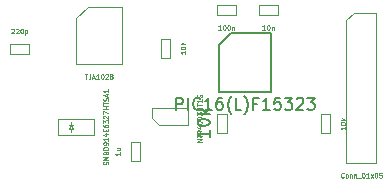
<source format=gbr>
G04 #@! TF.GenerationSoftware,KiCad,Pcbnew,(2018-02-16 revision c95340fba)-makepkg*
G04 #@! TF.CreationDate,2018-04-16T21:08:27+02:00*
G04 #@! TF.ProjectId,lin_bb,6C696E5F62622E6B696361645F706362,rev?*
G04 #@! TF.SameCoordinates,Original*
G04 #@! TF.FileFunction,Other,Fab,Top*
%FSLAX46Y46*%
G04 Gerber Fmt 4.6, Leading zero omitted, Abs format (unit mm)*
G04 Created by KiCad (PCBNEW (2018-02-16 revision c95340fba)-makepkg) date 04/16/18 21:08:27*
%MOMM*%
%LPD*%
G01*
G04 APERTURE LIST*
%ADD10C,0.100000*%
%ADD11C,0.150000*%
G04 APERTURE END LIST*
D10*
X148164500Y-121183500D02*
X148164500Y-122783500D01*
X148164500Y-122783500D02*
X147364500Y-122783500D01*
X147364500Y-122783500D02*
X147364500Y-121183500D01*
X147364500Y-121183500D02*
X148164500Y-121183500D01*
X138722000Y-112884000D02*
X138722000Y-113684000D01*
X137122000Y-112884000D02*
X138722000Y-112884000D01*
X137122000Y-113684000D02*
X137122000Y-112884000D01*
X138722000Y-113684000D02*
X137122000Y-113684000D01*
X165608000Y-110871000D02*
X166243000Y-110236000D01*
X165608000Y-122936000D02*
X165608000Y-110871000D01*
X168148000Y-122936000D02*
X165608000Y-122936000D01*
X168148000Y-110236000D02*
X168148000Y-122936000D01*
X166243000Y-110236000D02*
X168148000Y-110236000D01*
X149904500Y-114020500D02*
X149904500Y-112420500D01*
X149904500Y-112420500D02*
X150704500Y-112420500D01*
X150704500Y-112420500D02*
X150704500Y-114020500D01*
X150704500Y-114020500D02*
X149904500Y-114020500D01*
X142703000Y-110691000D02*
X143703000Y-109691000D01*
X142703000Y-114591000D02*
X142703000Y-110691000D01*
X146603000Y-114591000D02*
X142703000Y-114591000D01*
X146603000Y-109691000D02*
X146603000Y-114591000D01*
X143703000Y-109691000D02*
X146603000Y-109691000D01*
X154648000Y-110382000D02*
X154648000Y-109582000D01*
X156248000Y-110382000D02*
X154648000Y-110382000D01*
X156248000Y-109582000D02*
X156248000Y-110382000D01*
X154648000Y-109582000D02*
X156248000Y-109582000D01*
X158192000Y-109582000D02*
X159792000Y-109582000D01*
X159792000Y-109582000D02*
X159792000Y-110382000D01*
X159792000Y-110382000D02*
X158192000Y-110382000D01*
X158192000Y-110382000D02*
X158192000Y-109582000D01*
X141228000Y-120588000D02*
X144268000Y-120588000D01*
X141228000Y-120588000D02*
X141228000Y-119188000D01*
X144268000Y-120588000D02*
X144268000Y-119188000D01*
X141228000Y-119188000D02*
X144268000Y-119188000D01*
X142098000Y-119738000D02*
X142498000Y-119738000D01*
X142298000Y-119738000D02*
X142298000Y-119488000D01*
X142298000Y-119738000D02*
X142098000Y-120038000D01*
X142098000Y-120038000D02*
X142498000Y-120038000D01*
X142498000Y-120038000D02*
X142298000Y-119738000D01*
X142298000Y-120038000D02*
X142298000Y-120288000D01*
X163430000Y-120434000D02*
X163430000Y-118834000D01*
X163430000Y-118834000D02*
X164230000Y-118834000D01*
X164230000Y-118834000D02*
X164230000Y-120434000D01*
X164230000Y-120434000D02*
X163430000Y-120434000D01*
X152205500Y-119699000D02*
X152205500Y-118299000D01*
X149165500Y-118299000D02*
X152205500Y-118299000D01*
X149735500Y-119699000D02*
X149165500Y-119149000D01*
X149165500Y-119149000D02*
X149165500Y-118299000D01*
X149735500Y-119699000D02*
X152185500Y-119699000D01*
D11*
X154835500Y-112927000D02*
X155835500Y-111927000D01*
X154835500Y-116927000D02*
X154835500Y-112927000D01*
X159235500Y-116927000D02*
X154835500Y-116927000D01*
X159235500Y-111927000D02*
X159235500Y-116927000D01*
X155835500Y-111927000D02*
X159235500Y-111927000D01*
D10*
X155467000Y-118770500D02*
X155467000Y-120370500D01*
X155467000Y-120370500D02*
X154667000Y-120370500D01*
X154667000Y-120370500D02*
X154667000Y-118770500D01*
X154667000Y-118770500D02*
X155467000Y-118770500D01*
X146445452Y-122050166D02*
X146445452Y-122278738D01*
X146445452Y-122164452D02*
X146045452Y-122164452D01*
X146102595Y-122202547D01*
X146140690Y-122240642D01*
X146159738Y-122278738D01*
X146178785Y-121707309D02*
X146445452Y-121707309D01*
X146178785Y-121878738D02*
X146388309Y-121878738D01*
X146426404Y-121859690D01*
X146445452Y-121821595D01*
X146445452Y-121764452D01*
X146426404Y-121726357D01*
X146407357Y-121707309D01*
X137245809Y-111603047D02*
X137264857Y-111584000D01*
X137302952Y-111564952D01*
X137398190Y-111564952D01*
X137436285Y-111584000D01*
X137455333Y-111603047D01*
X137474380Y-111641142D01*
X137474380Y-111679238D01*
X137455333Y-111736380D01*
X137226761Y-111964952D01*
X137474380Y-111964952D01*
X137626761Y-111603047D02*
X137645809Y-111584000D01*
X137683904Y-111564952D01*
X137779142Y-111564952D01*
X137817238Y-111584000D01*
X137836285Y-111603047D01*
X137855333Y-111641142D01*
X137855333Y-111679238D01*
X137836285Y-111736380D01*
X137607714Y-111964952D01*
X137855333Y-111964952D01*
X138102952Y-111564952D02*
X138141047Y-111564952D01*
X138179142Y-111584000D01*
X138198190Y-111603047D01*
X138217238Y-111641142D01*
X138236285Y-111717333D01*
X138236285Y-111812571D01*
X138217238Y-111888761D01*
X138198190Y-111926857D01*
X138179142Y-111945904D01*
X138141047Y-111964952D01*
X138102952Y-111964952D01*
X138064857Y-111945904D01*
X138045809Y-111926857D01*
X138026761Y-111888761D01*
X138007714Y-111812571D01*
X138007714Y-111717333D01*
X138026761Y-111641142D01*
X138045809Y-111603047D01*
X138064857Y-111584000D01*
X138102952Y-111564952D01*
X138407714Y-111698285D02*
X138407714Y-112098285D01*
X138407714Y-111717333D02*
X138445809Y-111698285D01*
X138522000Y-111698285D01*
X138560095Y-111717333D01*
X138579142Y-111736380D01*
X138598190Y-111774476D01*
X138598190Y-111888761D01*
X138579142Y-111926857D01*
X138560095Y-111945904D01*
X138522000Y-111964952D01*
X138445809Y-111964952D01*
X138407714Y-111945904D01*
X165382761Y-124138857D02*
X165363714Y-124157904D01*
X165306571Y-124176952D01*
X165268476Y-124176952D01*
X165211333Y-124157904D01*
X165173238Y-124119809D01*
X165154190Y-124081714D01*
X165135142Y-124005523D01*
X165135142Y-123948380D01*
X165154190Y-123872190D01*
X165173238Y-123834095D01*
X165211333Y-123796000D01*
X165268476Y-123776952D01*
X165306571Y-123776952D01*
X165363714Y-123796000D01*
X165382761Y-123815047D01*
X165611333Y-124176952D02*
X165573238Y-124157904D01*
X165554190Y-124138857D01*
X165535142Y-124100761D01*
X165535142Y-123986476D01*
X165554190Y-123948380D01*
X165573238Y-123929333D01*
X165611333Y-123910285D01*
X165668476Y-123910285D01*
X165706571Y-123929333D01*
X165725619Y-123948380D01*
X165744666Y-123986476D01*
X165744666Y-124100761D01*
X165725619Y-124138857D01*
X165706571Y-124157904D01*
X165668476Y-124176952D01*
X165611333Y-124176952D01*
X165916095Y-123910285D02*
X165916095Y-124176952D01*
X165916095Y-123948380D02*
X165935142Y-123929333D01*
X165973238Y-123910285D01*
X166030380Y-123910285D01*
X166068476Y-123929333D01*
X166087523Y-123967428D01*
X166087523Y-124176952D01*
X166278000Y-123910285D02*
X166278000Y-124176952D01*
X166278000Y-123948380D02*
X166297047Y-123929333D01*
X166335142Y-123910285D01*
X166392285Y-123910285D01*
X166430380Y-123929333D01*
X166449428Y-123967428D01*
X166449428Y-124176952D01*
X166544666Y-124215047D02*
X166849428Y-124215047D01*
X167020857Y-123776952D02*
X167058952Y-123776952D01*
X167097047Y-123796000D01*
X167116095Y-123815047D01*
X167135142Y-123853142D01*
X167154190Y-123929333D01*
X167154190Y-124024571D01*
X167135142Y-124100761D01*
X167116095Y-124138857D01*
X167097047Y-124157904D01*
X167058952Y-124176952D01*
X167020857Y-124176952D01*
X166982761Y-124157904D01*
X166963714Y-124138857D01*
X166944666Y-124100761D01*
X166925619Y-124024571D01*
X166925619Y-123929333D01*
X166944666Y-123853142D01*
X166963714Y-123815047D01*
X166982761Y-123796000D01*
X167020857Y-123776952D01*
X167535142Y-124176952D02*
X167306571Y-124176952D01*
X167420857Y-124176952D02*
X167420857Y-123776952D01*
X167382761Y-123834095D01*
X167344666Y-123872190D01*
X167306571Y-123891238D01*
X167668476Y-124176952D02*
X167878000Y-123910285D01*
X167668476Y-123910285D02*
X167878000Y-124176952D01*
X168106571Y-123776952D02*
X168144666Y-123776952D01*
X168182761Y-123796000D01*
X168201809Y-123815047D01*
X168220857Y-123853142D01*
X168239904Y-123929333D01*
X168239904Y-124024571D01*
X168220857Y-124100761D01*
X168201809Y-124138857D01*
X168182761Y-124157904D01*
X168144666Y-124176952D01*
X168106571Y-124176952D01*
X168068476Y-124157904D01*
X168049428Y-124138857D01*
X168030380Y-124100761D01*
X168011333Y-124024571D01*
X168011333Y-123929333D01*
X168030380Y-123853142D01*
X168049428Y-123815047D01*
X168068476Y-123796000D01*
X168106571Y-123776952D01*
X168601809Y-123776952D02*
X168411333Y-123776952D01*
X168392285Y-123967428D01*
X168411333Y-123948380D01*
X168449428Y-123929333D01*
X168544666Y-123929333D01*
X168582761Y-123948380D01*
X168601809Y-123967428D01*
X168620857Y-124005523D01*
X168620857Y-124100761D01*
X168601809Y-124138857D01*
X168582761Y-124157904D01*
X168544666Y-124176952D01*
X168449428Y-124176952D01*
X168411333Y-124157904D01*
X168392285Y-124138857D01*
X151985452Y-113458595D02*
X151985452Y-113687166D01*
X151985452Y-113572880D02*
X151585452Y-113572880D01*
X151642595Y-113610976D01*
X151680690Y-113649071D01*
X151699738Y-113687166D01*
X151585452Y-113210976D02*
X151585452Y-113172880D01*
X151604500Y-113134785D01*
X151623547Y-113115738D01*
X151661642Y-113096690D01*
X151737833Y-113077642D01*
X151833071Y-113077642D01*
X151909261Y-113096690D01*
X151947357Y-113115738D01*
X151966404Y-113134785D01*
X151985452Y-113172880D01*
X151985452Y-113210976D01*
X151966404Y-113249071D01*
X151947357Y-113268119D01*
X151909261Y-113287166D01*
X151833071Y-113306214D01*
X151737833Y-113306214D01*
X151661642Y-113287166D01*
X151623547Y-113268119D01*
X151604500Y-113249071D01*
X151585452Y-113210976D01*
X151985452Y-112906214D02*
X151585452Y-112906214D01*
X151833071Y-112868119D02*
X151985452Y-112753833D01*
X151718785Y-112753833D02*
X151871166Y-112906214D01*
X143453000Y-115421952D02*
X143681571Y-115421952D01*
X143567285Y-115821952D02*
X143567285Y-115421952D01*
X143929190Y-115421952D02*
X143929190Y-115707666D01*
X143910142Y-115764809D01*
X143872047Y-115802904D01*
X143814904Y-115821952D01*
X143776809Y-115821952D01*
X144100619Y-115707666D02*
X144291095Y-115707666D01*
X144062523Y-115821952D02*
X144195857Y-115421952D01*
X144329190Y-115821952D01*
X144672047Y-115821952D02*
X144443476Y-115821952D01*
X144557761Y-115821952D02*
X144557761Y-115421952D01*
X144519666Y-115479095D01*
X144481571Y-115517190D01*
X144443476Y-115536238D01*
X144919666Y-115421952D02*
X144957761Y-115421952D01*
X144995857Y-115441000D01*
X145014904Y-115460047D01*
X145033952Y-115498142D01*
X145053000Y-115574333D01*
X145053000Y-115669571D01*
X145033952Y-115745761D01*
X145014904Y-115783857D01*
X144995857Y-115802904D01*
X144957761Y-115821952D01*
X144919666Y-115821952D01*
X144881571Y-115802904D01*
X144862523Y-115783857D01*
X144843476Y-115745761D01*
X144824428Y-115669571D01*
X144824428Y-115574333D01*
X144843476Y-115498142D01*
X144862523Y-115460047D01*
X144881571Y-115441000D01*
X144919666Y-115421952D01*
X145205380Y-115460047D02*
X145224428Y-115441000D01*
X145262523Y-115421952D01*
X145357761Y-115421952D01*
X145395857Y-115441000D01*
X145414904Y-115460047D01*
X145433952Y-115498142D01*
X145433952Y-115536238D01*
X145414904Y-115593380D01*
X145186333Y-115821952D01*
X145433952Y-115821952D01*
X145662523Y-115593380D02*
X145624428Y-115574333D01*
X145605380Y-115555285D01*
X145586333Y-115517190D01*
X145586333Y-115498142D01*
X145605380Y-115460047D01*
X145624428Y-115441000D01*
X145662523Y-115421952D01*
X145738714Y-115421952D01*
X145776809Y-115441000D01*
X145795857Y-115460047D01*
X145814904Y-115498142D01*
X145814904Y-115517190D01*
X145795857Y-115555285D01*
X145776809Y-115574333D01*
X145738714Y-115593380D01*
X145662523Y-115593380D01*
X145624428Y-115612428D01*
X145605380Y-115631476D01*
X145586333Y-115669571D01*
X145586333Y-115745761D01*
X145605380Y-115783857D01*
X145624428Y-115802904D01*
X145662523Y-115821952D01*
X145738714Y-115821952D01*
X145776809Y-115802904D01*
X145795857Y-115783857D01*
X145814904Y-115745761D01*
X145814904Y-115669571D01*
X145795857Y-115631476D01*
X145776809Y-115612428D01*
X145738714Y-115593380D01*
X155000380Y-111662952D02*
X154771809Y-111662952D01*
X154886095Y-111662952D02*
X154886095Y-111262952D01*
X154848000Y-111320095D01*
X154809904Y-111358190D01*
X154771809Y-111377238D01*
X155248000Y-111262952D02*
X155286095Y-111262952D01*
X155324190Y-111282000D01*
X155343238Y-111301047D01*
X155362285Y-111339142D01*
X155381333Y-111415333D01*
X155381333Y-111510571D01*
X155362285Y-111586761D01*
X155343238Y-111624857D01*
X155324190Y-111643904D01*
X155286095Y-111662952D01*
X155248000Y-111662952D01*
X155209904Y-111643904D01*
X155190857Y-111624857D01*
X155171809Y-111586761D01*
X155152761Y-111510571D01*
X155152761Y-111415333D01*
X155171809Y-111339142D01*
X155190857Y-111301047D01*
X155209904Y-111282000D01*
X155248000Y-111262952D01*
X155628952Y-111262952D02*
X155667047Y-111262952D01*
X155705142Y-111282000D01*
X155724190Y-111301047D01*
X155743238Y-111339142D01*
X155762285Y-111415333D01*
X155762285Y-111510571D01*
X155743238Y-111586761D01*
X155724190Y-111624857D01*
X155705142Y-111643904D01*
X155667047Y-111662952D01*
X155628952Y-111662952D01*
X155590857Y-111643904D01*
X155571809Y-111624857D01*
X155552761Y-111586761D01*
X155533714Y-111510571D01*
X155533714Y-111415333D01*
X155552761Y-111339142D01*
X155571809Y-111301047D01*
X155590857Y-111282000D01*
X155628952Y-111262952D01*
X155933714Y-111396285D02*
X155933714Y-111662952D01*
X155933714Y-111434380D02*
X155952761Y-111415333D01*
X155990857Y-111396285D01*
X156048000Y-111396285D01*
X156086095Y-111415333D01*
X156105142Y-111453428D01*
X156105142Y-111662952D01*
X158734857Y-111662952D02*
X158506285Y-111662952D01*
X158620571Y-111662952D02*
X158620571Y-111262952D01*
X158582476Y-111320095D01*
X158544380Y-111358190D01*
X158506285Y-111377238D01*
X158982476Y-111262952D02*
X159020571Y-111262952D01*
X159058666Y-111282000D01*
X159077714Y-111301047D01*
X159096761Y-111339142D01*
X159115809Y-111415333D01*
X159115809Y-111510571D01*
X159096761Y-111586761D01*
X159077714Y-111624857D01*
X159058666Y-111643904D01*
X159020571Y-111662952D01*
X158982476Y-111662952D01*
X158944380Y-111643904D01*
X158925333Y-111624857D01*
X158906285Y-111586761D01*
X158887238Y-111510571D01*
X158887238Y-111415333D01*
X158906285Y-111339142D01*
X158925333Y-111301047D01*
X158944380Y-111282000D01*
X158982476Y-111262952D01*
X159287238Y-111396285D02*
X159287238Y-111662952D01*
X159287238Y-111434380D02*
X159306285Y-111415333D01*
X159344380Y-111396285D01*
X159401523Y-111396285D01*
X159439619Y-111415333D01*
X159458666Y-111453428D01*
X159458666Y-111662952D01*
X145409904Y-123059428D02*
X145428952Y-123002285D01*
X145428952Y-122907047D01*
X145409904Y-122868952D01*
X145390857Y-122849904D01*
X145352761Y-122830857D01*
X145314666Y-122830857D01*
X145276571Y-122849904D01*
X145257523Y-122868952D01*
X145238476Y-122907047D01*
X145219428Y-122983238D01*
X145200380Y-123021333D01*
X145181333Y-123040380D01*
X145143238Y-123059428D01*
X145105142Y-123059428D01*
X145067047Y-123040380D01*
X145048000Y-123021333D01*
X145028952Y-122983238D01*
X145028952Y-122888000D01*
X145048000Y-122830857D01*
X145428952Y-122659428D02*
X145028952Y-122659428D01*
X145314666Y-122526095D01*
X145028952Y-122392761D01*
X145428952Y-122392761D01*
X145219428Y-122068952D02*
X145238476Y-122011809D01*
X145257523Y-121992761D01*
X145295619Y-121973714D01*
X145352761Y-121973714D01*
X145390857Y-121992761D01*
X145409904Y-122011809D01*
X145428952Y-122049904D01*
X145428952Y-122202285D01*
X145028952Y-122202285D01*
X145028952Y-122068952D01*
X145048000Y-122030857D01*
X145067047Y-122011809D01*
X145105142Y-121992761D01*
X145143238Y-121992761D01*
X145181333Y-122011809D01*
X145200380Y-122030857D01*
X145219428Y-122068952D01*
X145219428Y-122202285D01*
X145428952Y-121802285D02*
X145028952Y-121802285D01*
X145028952Y-121707047D01*
X145048000Y-121649904D01*
X145086095Y-121611809D01*
X145124190Y-121592761D01*
X145200380Y-121573714D01*
X145257523Y-121573714D01*
X145333714Y-121592761D01*
X145371809Y-121611809D01*
X145409904Y-121649904D01*
X145428952Y-121707047D01*
X145428952Y-121802285D01*
X145428952Y-121383238D02*
X145428952Y-121307047D01*
X145409904Y-121268952D01*
X145390857Y-121249904D01*
X145333714Y-121211809D01*
X145257523Y-121192761D01*
X145105142Y-121192761D01*
X145067047Y-121211809D01*
X145048000Y-121230857D01*
X145028952Y-121268952D01*
X145028952Y-121345142D01*
X145048000Y-121383238D01*
X145067047Y-121402285D01*
X145105142Y-121421333D01*
X145200380Y-121421333D01*
X145238476Y-121402285D01*
X145257523Y-121383238D01*
X145276571Y-121345142D01*
X145276571Y-121268952D01*
X145257523Y-121230857D01*
X145238476Y-121211809D01*
X145200380Y-121192761D01*
X145428952Y-120811809D02*
X145428952Y-121040380D01*
X145428952Y-120926095D02*
X145028952Y-120926095D01*
X145086095Y-120964190D01*
X145124190Y-121002285D01*
X145143238Y-121040380D01*
X145162285Y-120468952D02*
X145428952Y-120468952D01*
X145009904Y-120564190D02*
X145295619Y-120659428D01*
X145295619Y-120411809D01*
X145219428Y-120259428D02*
X145219428Y-120126095D01*
X145428952Y-120068952D02*
X145428952Y-120259428D01*
X145028952Y-120259428D01*
X145028952Y-120068952D01*
X145028952Y-119726095D02*
X145028952Y-119802285D01*
X145048000Y-119840380D01*
X145067047Y-119859428D01*
X145124190Y-119897523D01*
X145200380Y-119916571D01*
X145352761Y-119916571D01*
X145390857Y-119897523D01*
X145409904Y-119878476D01*
X145428952Y-119840380D01*
X145428952Y-119764190D01*
X145409904Y-119726095D01*
X145390857Y-119707047D01*
X145352761Y-119688000D01*
X145257523Y-119688000D01*
X145219428Y-119707047D01*
X145200380Y-119726095D01*
X145181333Y-119764190D01*
X145181333Y-119840380D01*
X145200380Y-119878476D01*
X145219428Y-119897523D01*
X145257523Y-119916571D01*
X145028952Y-119554666D02*
X145028952Y-119307047D01*
X145181333Y-119440380D01*
X145181333Y-119383238D01*
X145200380Y-119345142D01*
X145219428Y-119326095D01*
X145257523Y-119307047D01*
X145352761Y-119307047D01*
X145390857Y-119326095D01*
X145409904Y-119345142D01*
X145428952Y-119383238D01*
X145428952Y-119497523D01*
X145409904Y-119535619D01*
X145390857Y-119554666D01*
X145067047Y-119154666D02*
X145048000Y-119135619D01*
X145028952Y-119097523D01*
X145028952Y-119002285D01*
X145048000Y-118964190D01*
X145067047Y-118945142D01*
X145105142Y-118926095D01*
X145143238Y-118926095D01*
X145200380Y-118945142D01*
X145428952Y-119173714D01*
X145428952Y-118926095D01*
X145028952Y-118792761D02*
X145028952Y-118526095D01*
X145428952Y-118697523D01*
X145428952Y-118373714D02*
X145028952Y-118373714D01*
X145219428Y-118373714D02*
X145219428Y-118145142D01*
X145428952Y-118145142D02*
X145028952Y-118145142D01*
X145028952Y-118011809D02*
X145028952Y-117783238D01*
X145428952Y-117897523D02*
X145028952Y-117897523D01*
X145409904Y-117668952D02*
X145428952Y-117611809D01*
X145428952Y-117516571D01*
X145409904Y-117478476D01*
X145390857Y-117459428D01*
X145352761Y-117440380D01*
X145314666Y-117440380D01*
X145276571Y-117459428D01*
X145257523Y-117478476D01*
X145238476Y-117516571D01*
X145219428Y-117592761D01*
X145200380Y-117630857D01*
X145181333Y-117649904D01*
X145143238Y-117668952D01*
X145105142Y-117668952D01*
X145067047Y-117649904D01*
X145048000Y-117630857D01*
X145028952Y-117592761D01*
X145028952Y-117497523D01*
X145048000Y-117440380D01*
X145314666Y-117288000D02*
X145314666Y-117097523D01*
X145428952Y-117326095D02*
X145028952Y-117192761D01*
X145428952Y-117059428D01*
X145428952Y-116716571D02*
X145428952Y-116945142D01*
X145428952Y-116830857D02*
X145028952Y-116830857D01*
X145086095Y-116868952D01*
X145124190Y-116907047D01*
X145143238Y-116945142D01*
X165510952Y-119872095D02*
X165510952Y-120100666D01*
X165510952Y-119986380D02*
X165110952Y-119986380D01*
X165168095Y-120024476D01*
X165206190Y-120062571D01*
X165225238Y-120100666D01*
X165110952Y-119624476D02*
X165110952Y-119586380D01*
X165130000Y-119548285D01*
X165149047Y-119529238D01*
X165187142Y-119510190D01*
X165263333Y-119491142D01*
X165358571Y-119491142D01*
X165434761Y-119510190D01*
X165472857Y-119529238D01*
X165491904Y-119548285D01*
X165510952Y-119586380D01*
X165510952Y-119624476D01*
X165491904Y-119662571D01*
X165472857Y-119681619D01*
X165434761Y-119700666D01*
X165358571Y-119719714D01*
X165263333Y-119719714D01*
X165187142Y-119700666D01*
X165149047Y-119681619D01*
X165130000Y-119662571D01*
X165110952Y-119624476D01*
X165510952Y-119319714D02*
X165110952Y-119319714D01*
X165358571Y-119281619D02*
X165510952Y-119167333D01*
X165244285Y-119167333D02*
X165396666Y-119319714D01*
X153366452Y-121132333D02*
X152966452Y-121132333D01*
X153366452Y-120903761D01*
X152966452Y-120903761D01*
X152966452Y-120770428D02*
X152966452Y-120541857D01*
X153366452Y-120656142D02*
X152966452Y-120656142D01*
X153366452Y-120179952D02*
X153175976Y-120313285D01*
X153366452Y-120408523D02*
X152966452Y-120408523D01*
X152966452Y-120256142D01*
X152985500Y-120218047D01*
X153004547Y-120199000D01*
X153042642Y-120179952D01*
X153099785Y-120179952D01*
X153137880Y-120199000D01*
X153156928Y-120218047D01*
X153175976Y-120256142D01*
X153175976Y-120408523D01*
X153099785Y-119837095D02*
X153366452Y-119837095D01*
X152947404Y-119932333D02*
X153233119Y-120027571D01*
X153233119Y-119779952D01*
X152966452Y-119551380D02*
X152966452Y-119513285D01*
X152985500Y-119475190D01*
X153004547Y-119456142D01*
X153042642Y-119437095D01*
X153118833Y-119418047D01*
X153214071Y-119418047D01*
X153290261Y-119437095D01*
X153328357Y-119456142D01*
X153347404Y-119475190D01*
X153366452Y-119513285D01*
X153366452Y-119551380D01*
X153347404Y-119589476D01*
X153328357Y-119608523D01*
X153290261Y-119627571D01*
X153214071Y-119646619D01*
X153118833Y-119646619D01*
X153042642Y-119627571D01*
X153004547Y-119608523D01*
X152985500Y-119589476D01*
X152966452Y-119551380D01*
X152966452Y-119170428D02*
X152966452Y-119132333D01*
X152985500Y-119094238D01*
X153004547Y-119075190D01*
X153042642Y-119056142D01*
X153118833Y-119037095D01*
X153214071Y-119037095D01*
X153290261Y-119056142D01*
X153328357Y-119075190D01*
X153347404Y-119094238D01*
X153366452Y-119132333D01*
X153366452Y-119170428D01*
X153347404Y-119208523D01*
X153328357Y-119227571D01*
X153290261Y-119246619D01*
X153214071Y-119265666D01*
X153118833Y-119265666D01*
X153042642Y-119246619D01*
X153004547Y-119227571D01*
X152985500Y-119208523D01*
X152966452Y-119170428D01*
X152966452Y-118903761D02*
X152966452Y-118656142D01*
X153118833Y-118789476D01*
X153118833Y-118732333D01*
X153137880Y-118694238D01*
X153156928Y-118675190D01*
X153195023Y-118656142D01*
X153290261Y-118656142D01*
X153328357Y-118675190D01*
X153347404Y-118694238D01*
X153366452Y-118732333D01*
X153366452Y-118846619D01*
X153347404Y-118884714D01*
X153328357Y-118903761D01*
X153366452Y-118484714D02*
X152966452Y-118484714D01*
X153366452Y-118256142D01*
X152966452Y-118256142D01*
X152966452Y-118122809D02*
X152966452Y-117894238D01*
X153366452Y-118008523D02*
X152966452Y-118008523D01*
X153366452Y-117551380D02*
X153366452Y-117779952D01*
X153366452Y-117665666D02*
X152966452Y-117665666D01*
X153023595Y-117703761D01*
X153061690Y-117741857D01*
X153080738Y-117779952D01*
X152985500Y-117170428D02*
X152966452Y-117208523D01*
X152966452Y-117265666D01*
X152985500Y-117322809D01*
X153023595Y-117360904D01*
X153061690Y-117379952D01*
X153137880Y-117399000D01*
X153195023Y-117399000D01*
X153271214Y-117379952D01*
X153309309Y-117360904D01*
X153347404Y-117322809D01*
X153366452Y-117265666D01*
X153366452Y-117227571D01*
X153347404Y-117170428D01*
X153328357Y-117151380D01*
X153195023Y-117151380D01*
X153195023Y-117227571D01*
D11*
X151202166Y-118429380D02*
X151202166Y-117429380D01*
X151583119Y-117429380D01*
X151678357Y-117477000D01*
X151725976Y-117524619D01*
X151773595Y-117619857D01*
X151773595Y-117762714D01*
X151725976Y-117857952D01*
X151678357Y-117905571D01*
X151583119Y-117953190D01*
X151202166Y-117953190D01*
X152202166Y-118429380D02*
X152202166Y-117429380D01*
X153249785Y-118334142D02*
X153202166Y-118381761D01*
X153059309Y-118429380D01*
X152964071Y-118429380D01*
X152821214Y-118381761D01*
X152725976Y-118286523D01*
X152678357Y-118191285D01*
X152630738Y-118000809D01*
X152630738Y-117857952D01*
X152678357Y-117667476D01*
X152725976Y-117572238D01*
X152821214Y-117477000D01*
X152964071Y-117429380D01*
X153059309Y-117429380D01*
X153202166Y-117477000D01*
X153249785Y-117524619D01*
X154202166Y-118429380D02*
X153630738Y-118429380D01*
X153916452Y-118429380D02*
X153916452Y-117429380D01*
X153821214Y-117572238D01*
X153725976Y-117667476D01*
X153630738Y-117715095D01*
X155059309Y-117429380D02*
X154868833Y-117429380D01*
X154773595Y-117477000D01*
X154725976Y-117524619D01*
X154630738Y-117667476D01*
X154583119Y-117857952D01*
X154583119Y-118238904D01*
X154630738Y-118334142D01*
X154678357Y-118381761D01*
X154773595Y-118429380D01*
X154964071Y-118429380D01*
X155059309Y-118381761D01*
X155106928Y-118334142D01*
X155154547Y-118238904D01*
X155154547Y-118000809D01*
X155106928Y-117905571D01*
X155059309Y-117857952D01*
X154964071Y-117810333D01*
X154773595Y-117810333D01*
X154678357Y-117857952D01*
X154630738Y-117905571D01*
X154583119Y-118000809D01*
X155868833Y-118810333D02*
X155821214Y-118762714D01*
X155725976Y-118619857D01*
X155678357Y-118524619D01*
X155630738Y-118381761D01*
X155583119Y-118143666D01*
X155583119Y-117953190D01*
X155630738Y-117715095D01*
X155678357Y-117572238D01*
X155725976Y-117477000D01*
X155821214Y-117334142D01*
X155868833Y-117286523D01*
X156725976Y-118429380D02*
X156249785Y-118429380D01*
X156249785Y-117429380D01*
X156964071Y-118810333D02*
X157011690Y-118762714D01*
X157106928Y-118619857D01*
X157154547Y-118524619D01*
X157202166Y-118381761D01*
X157249785Y-118143666D01*
X157249785Y-117953190D01*
X157202166Y-117715095D01*
X157154547Y-117572238D01*
X157106928Y-117477000D01*
X157011690Y-117334142D01*
X156964071Y-117286523D01*
X158059309Y-117905571D02*
X157725976Y-117905571D01*
X157725976Y-118429380D02*
X157725976Y-117429380D01*
X158202166Y-117429380D01*
X159106928Y-118429380D02*
X158535500Y-118429380D01*
X158821214Y-118429380D02*
X158821214Y-117429380D01*
X158725976Y-117572238D01*
X158630738Y-117667476D01*
X158535500Y-117715095D01*
X160011690Y-117429380D02*
X159535500Y-117429380D01*
X159487880Y-117905571D01*
X159535500Y-117857952D01*
X159630738Y-117810333D01*
X159868833Y-117810333D01*
X159964071Y-117857952D01*
X160011690Y-117905571D01*
X160059309Y-118000809D01*
X160059309Y-118238904D01*
X160011690Y-118334142D01*
X159964071Y-118381761D01*
X159868833Y-118429380D01*
X159630738Y-118429380D01*
X159535500Y-118381761D01*
X159487880Y-118334142D01*
X160392642Y-117429380D02*
X161011690Y-117429380D01*
X160678357Y-117810333D01*
X160821214Y-117810333D01*
X160916452Y-117857952D01*
X160964071Y-117905571D01*
X161011690Y-118000809D01*
X161011690Y-118238904D01*
X160964071Y-118334142D01*
X160916452Y-118381761D01*
X160821214Y-118429380D01*
X160535500Y-118429380D01*
X160440261Y-118381761D01*
X160392642Y-118334142D01*
X161392642Y-117524619D02*
X161440261Y-117477000D01*
X161535500Y-117429380D01*
X161773595Y-117429380D01*
X161868833Y-117477000D01*
X161916452Y-117524619D01*
X161964071Y-117619857D01*
X161964071Y-117715095D01*
X161916452Y-117857952D01*
X161345023Y-118429380D01*
X161964071Y-118429380D01*
X162297404Y-117429380D02*
X162916452Y-117429380D01*
X162583119Y-117810333D01*
X162725976Y-117810333D01*
X162821214Y-117857952D01*
X162868833Y-117905571D01*
X162916452Y-118000809D01*
X162916452Y-118238904D01*
X162868833Y-118334142D01*
X162821214Y-118381761D01*
X162725976Y-118429380D01*
X162440261Y-118429380D01*
X162345023Y-118381761D01*
X162297404Y-118334142D01*
X154019380Y-120165738D02*
X154019380Y-120737166D01*
X154019380Y-120451452D02*
X153019380Y-120451452D01*
X153162238Y-120546690D01*
X153257476Y-120641928D01*
X153305095Y-120737166D01*
X153019380Y-119546690D02*
X153019380Y-119451452D01*
X153067000Y-119356214D01*
X153114619Y-119308595D01*
X153209857Y-119260976D01*
X153400333Y-119213357D01*
X153638428Y-119213357D01*
X153828904Y-119260976D01*
X153924142Y-119308595D01*
X153971761Y-119356214D01*
X154019380Y-119451452D01*
X154019380Y-119546690D01*
X153971761Y-119641928D01*
X153924142Y-119689547D01*
X153828904Y-119737166D01*
X153638428Y-119784785D01*
X153400333Y-119784785D01*
X153209857Y-119737166D01*
X153114619Y-119689547D01*
X153067000Y-119641928D01*
X153019380Y-119546690D01*
X154019380Y-118784785D02*
X153019380Y-118784785D01*
X153638428Y-118689547D02*
X154019380Y-118403833D01*
X153352714Y-118403833D02*
X153733666Y-118784785D01*
M02*

</source>
